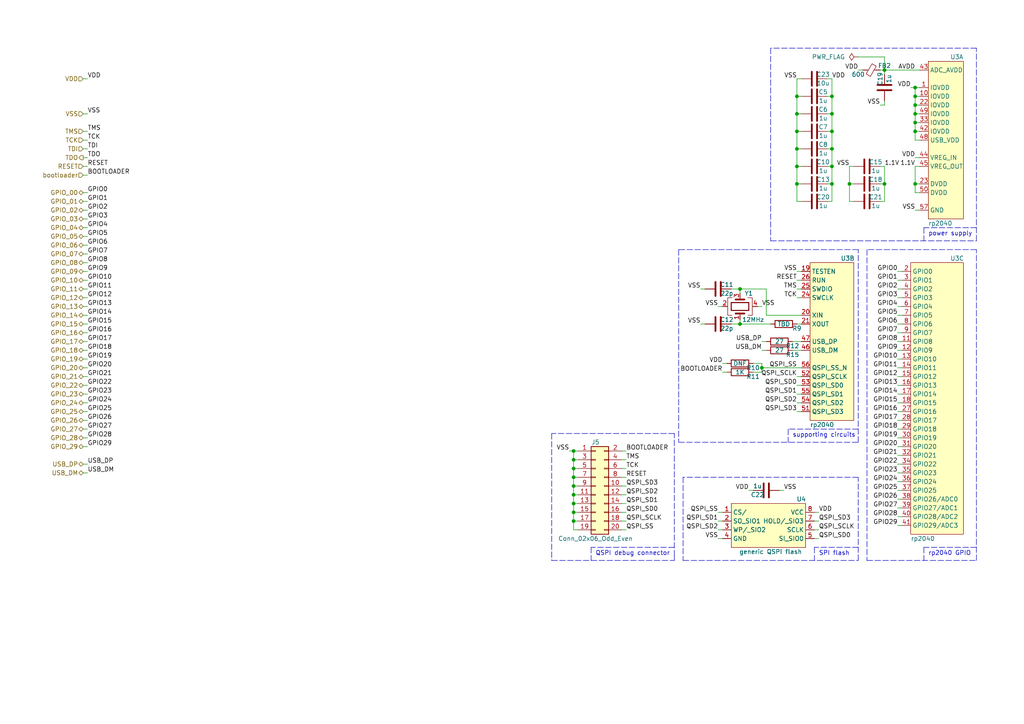
<source format=kicad_sch>
(kicad_sch (version 20211123) (generator eeschema)
  (paper "A4")
  (lib_symbols
    (symbol "Connector_Generic:Conn_02x10_Odd_Even" (pin_names (offset 1.016) hide)
      (property "Reference" "J" (at 1.27 12.7 0))
      (property "Value" "Conn_02x10_Odd_Even" (at 1.27 -15.24 0))
      (symbol "Conn_02x10_Odd_Even_1_1"
        (rectangle (start -1.27 -12.573) (end 0 -12.827) (stroke (width 0.1524)))
        (rectangle (start -1.27 -10.033) (end 0 -10.287) (stroke (width 0.1524)))
        (rectangle (start -1.27 -7.493) (end 0 -7.747) (stroke (width 0.1524)))
        (rectangle (start -1.27 -4.953) (end 0 -5.207) (stroke (width 0.1524)))
        (rectangle (start -1.27 -2.413) (end 0 -2.667) (stroke (width 0.1524)))
        (rectangle (start -1.27 0.127) (end 0 -0.127) (stroke (width 0.1524)))
        (rectangle (start -1.27 2.667) (end 0 2.413) (stroke (width 0.1524)))
        (rectangle (start -1.27 5.207) (end 0 4.953) (stroke (width 0.1524)))
        (rectangle (start -1.27 7.747) (end 0 7.493) (stroke (width 0.1524)))
        (rectangle (start -1.27 10.287) (end 0 10.033) (stroke (width 0.1524)))
        (rectangle (start -1.27 11.43) (end 3.81 -13.97) (stroke (width 0.254)) (fill (type background)))
        (rectangle (start 3.81 -12.573) (end 2.54 -12.827) (stroke (width 0.1524)))
        (rectangle (start 3.81 -10.033) (end 2.54 -10.287) (stroke (width 0.1524)))
        (rectangle (start 3.81 -7.493) (end 2.54 -7.747) (stroke (width 0.1524)))
        (rectangle (start 3.81 -4.953) (end 2.54 -5.207) (stroke (width 0.1524)))
        (rectangle (start 3.81 -2.413) (end 2.54 -2.667) (stroke (width 0.1524)))
        (rectangle (start 3.81 0.127) (end 2.54 -0.127) (stroke (width 0.1524)))
        (rectangle (start 3.81 2.667) (end 2.54 2.413) (stroke (width 0.1524)))
        (rectangle (start 3.81 5.207) (end 2.54 4.953) (stroke (width 0.1524)))
        (rectangle (start 3.81 7.747) (end 2.54 7.493) (stroke (width 0.1524)))
        (rectangle (start 3.81 10.287) (end 2.54 10.033) (stroke (width 0.1524)))
        (pin passive line (at -5.08 10.16 0) (length 3.81) (name "Pin_1") (number "1"))
        (pin passive line (at 7.62 0 180) (length 3.81) (name "Pin_10") (number "10"))
        (pin passive line (at -5.08 -2.54 0) (length 3.81) (name "Pin_11") (number "11"))
        (pin passive line (at 7.62 -2.54 180) (length 3.81) (name "Pin_12") (number "12"))
        (pin passive line (at -5.08 -5.08 0) (length 3.81) (name "Pin_13") (number "13"))
        (pin passive line (at 7.62 -5.08 180) (length 3.81) (name "Pin_14") (number "14"))
        (pin passive line (at -5.08 -7.62 0) (length 3.81) (name "Pin_15") (number "15"))
        (pin passive line (at 7.62 -7.62 180) (length 3.81) (name "Pin_16") (number "16"))
        (pin passive line (at -5.08 -10.16 0) (length 3.81) (name "Pin_17") (number "17"))
        (pin passive line (at 7.62 -10.16 180) (length 3.81) (name "Pin_18") (number "18"))
        (pin passive line (at -5.08 -12.7 0) (length 3.81) (name "Pin_19") (number "19"))
        (pin passive line (at 7.62 10.16 180) (length 3.81) (name "Pin_2") (number "2"))
        (pin passive line (at 7.62 -12.7 180) (length 3.81) (name "Pin_20") (number "20"))
        (pin passive line (at -5.08 7.62 0) (length 3.81) (name "Pin_3") (number "3"))
        (pin passive line (at 7.62 7.62 180) (length 3.81) (name "Pin_4") (number "4"))
        (pin passive line (at -5.08 5.08 0) (length 3.81) (name "Pin_5") (number "5"))
        (pin passive line (at 7.62 5.08 180) (length 3.81) (name "Pin_6") (number "6"))
        (pin passive line (at -5.08 2.54 0) (length 3.81) (name "Pin_7") (number "7"))
        (pin passive line (at 7.62 2.54 180) (length 3.81) (name "Pin_8") (number "8"))
        (pin passive line (at -5.08 0 0) (length 3.81) (name "Pin_9") (number "9"))
      )
    )
    (symbol "Device:C" (pin_numbers hide) (pin_names (offset 0.254))
      (property "Reference" "C" (at 0.635 2.54 0))
      (property "Value" "C" (at 0.635 -2.54 0))
      (symbol "C_0_1"
        (polyline (pts (xy -2.032 -0.762) (xy 2.032 -0.762)) (stroke (width 0.508)))
        (polyline (pts (xy -2.032 0.762) (xy 2.032 0.762)) (stroke (width 0.508)))
      )
      (symbol "C_1_1"
        (pin passive line (at 0 3.81 270) (length 2.794) (name "~") (number "1"))
        (pin passive line (at 0 -3.81 90) (length 2.794) (name "~") (number "2"))
      )
    )
    (symbol "Device:Crystal_GND24" (pin_names (offset 1.016) hide)
      (property "Reference" "Y" (at 3.175 5.08 0))
      (property "Value" "Crystal_GND24" (at 3.175 3.175 0))
      (symbol "Crystal_GND24_0_1"
        (rectangle (start -1.143 2.54) (end 1.143 -2.54) (stroke (width 0.3048)))
        (polyline (pts (xy -2.54 0) (xy -2.032 0)))
        (polyline (pts (xy -2.032 -1.27) (xy -2.032 1.27)) (stroke (width 0.508)))
        (polyline (pts (xy 0 -3.81) (xy 0 -3.556)))
        (polyline (pts (xy 0 3.556) (xy 0 3.81)))
        (polyline (pts (xy 2.032 -1.27) (xy 2.032 1.27)) (stroke (width 0.508)))
        (polyline (pts (xy 2.032 0) (xy 2.54 0)))
        (polyline (pts (xy -2.54 -2.286) (xy -2.54 -3.556) (xy 2.54 -3.556) (xy 2.54 -2.286)))
        (polyline (pts (xy -2.54 2.286) (xy -2.54 3.556) (xy 2.54 3.556) (xy 2.54 2.286)))
      )
      (symbol "Crystal_GND24_1_1"
        (pin passive line (at -3.81 0 0) (length 1.27) (name "1") (number "1"))
        (pin passive line (at 0 5.08 270) (length 1.27) (name "2") (number "2"))
        (pin passive line (at 3.81 0 180) (length 1.27) (name "3") (number "3"))
        (pin passive line (at 0 -5.08 90) (length 1.27) (name "4") (number "4"))
      )
    )
    (symbol "Device:FerriteBead_Small" (pin_numbers hide) (pin_names (offset 0))
      (property "Reference" "FB" (at 1.905 1.27 0))
      (property "Value" "FerriteBead_Small" (at 1.905 -1.27 0))
      (symbol "FerriteBead_Small_0_1"
        (polyline (pts (xy 0 -1.27) (xy 0 -0.7874)))
        (polyline (pts (xy 0 0.889) (xy 0 1.2954)))
        (polyline (pts (xy -1.8288 0.2794) (xy -1.1176 1.4986) (xy 1.8288 -0.2032) (xy 1.1176 -1.4224) (xy -1.8288 0.2794)))
      )
      (symbol "FerriteBead_Small_1_1"
        (pin passive line (at 0 2.54 270) (length 1.27) (name "~") (number "1"))
        (pin passive line (at 0 -2.54 90) (length 1.27) (name "~") (number "2"))
      )
    )
    (symbol "Device:R" (pin_numbers hide) (pin_names (offset 0))
      (property "Reference" "R" (at 2.032 0 90))
      (property "Value" "R" (at 0 0 90))
      (symbol "R_0_1"
        (rectangle (start -1.016 -2.54) (end 1.016 2.54) (stroke (width 0.254)))
      )
      (symbol "R_1_1"
        (pin passive line (at 0 3.81 270) (length 1.27) (name "~") (number "1"))
        (pin passive line (at 0 -3.81 90) (length 1.27) (name "~") (number "2"))
      )
    )
    (symbol "SquantorGenericDigital:25X_8pin_QSPI_flash"
      (property "Reference" "U" (at 0 7.62 0))
      (property "Value" "25X_8pin_QSPI_flash" (at 0 -7.62 0))
      (symbol "25X_8pin_QSPI_flash_0_1"
        (rectangle (start -11.43 6.35) (end 10.16 -6.35) (fill (type background)))
      )
      (symbol "25X_8pin_QSPI_flash_1_1"
        (pin input line (at -13.97 3.81 0) (length 2.54) (name "CS/") (number "1"))
        (pin bidirectional line (at -13.97 1.27 0) (length 2.54) (name "SO_SIO1") (number "2"))
        (pin bidirectional line (at -13.97 -1.27 0) (length 2.54) (name "WP/_SIO2") (number "3"))
        (pin power_in line (at -13.97 -3.81 0) (length 2.54) (name "GND") (number "4"))
        (pin bidirectional line (at 12.7 -3.81 180) (length 2.54) (name "SI_SIO0") (number "5"))
        (pin input line (at 12.7 -1.27 180) (length 2.54) (name "SCLK") (number "6"))
        (pin bidirectional line (at 12.7 1.27 180) (length 2.54) (name "HOLD/_SIO3") (number "7"))
        (pin power_in line (at 12.7 3.81 180) (length 2.54) (name "VCC") (number "8"))
      )
    )
    (symbol "SquantorRaspberryPi:rp2040"
      (property "Reference" "U" (at 0 40.64 0))
      (property "Value" "rp2040" (at 0 -40.64 0))
      (symbol "rp2040_1_1"
        (rectangle (start -5.08 22.86) (end 5.08 -22.86) (fill (type background)))
        (pin power_in line (at -7.62 15.24 0) (length 2.54) (name "IOVDD") (number "1"))
        (pin power_in line (at -7.62 12.7 0) (length 2.54) (name "IOVDD") (number "10"))
        (pin power_in line (at -7.62 10.16 0) (length 2.54) (name "IOVDD") (number "22"))
        (pin power_in line (at -7.62 -12.7 0) (length 2.54) (name "DVDD") (number "23"))
        (pin power_in line (at -7.62 5.08 0) (length 2.54) (name "IOVDD") (number "33"))
        (pin power_in line (at -7.62 2.54 0) (length 2.54) (name "IOVDD") (number "42"))
        (pin power_in line (at -7.62 20.32 0) (length 2.54) (name "ADC_AVDD") (number "43"))
        (pin power_in line (at -7.62 -5.08 0) (length 2.54) (name "VREG_IN") (number "44"))
        (pin power_out line (at -7.62 -7.62 0) (length 2.54) (name "VREG_OUT") (number "45"))
        (pin power_in line (at -7.62 0 0) (length 2.54) (name "USB_VDD") (number "48"))
        (pin power_in line (at -7.62 7.62 0) (length 2.54) (name "IOVDD") (number "49"))
        (pin power_in line (at -7.62 -15.24 0) (length 2.54) (name "DVDD") (number "50"))
        (pin power_in line (at -7.62 -20.32 0) (length 2.54) (name "GND") (number "57"))
      )
      (symbol "rp2040_2_1"
        (rectangle (start -6.35 22.86) (end 6.35 -22.86) (fill (type background)))
        (pin input line (at -8.89 20.32 0) (length 2.54) (name "TESTEN") (number "19"))
        (pin input line (at -8.89 7.62 0) (length 2.54) (name "XIN") (number "20"))
        (pin output line (at -8.89 5.08 0) (length 2.54) (name "XOUT") (number "21"))
        (pin input line (at -8.89 12.7 0) (length 2.54) (name "SWCLK") (number "24"))
        (pin bidirectional line (at -8.89 15.24 0) (length 2.54) (name "SWDIO") (number "25"))
        (pin input line (at -8.89 17.78 0) (length 2.54) (name "RUN") (number "26"))
        (pin bidirectional line (at -8.89 -2.54 0) (length 2.54) (name "USB_DM") (number "46"))
        (pin bidirectional line (at -8.89 0 0) (length 2.54) (name "USB_DP") (number "47"))
        (pin bidirectional line (at -8.89 -20.32 0) (length 2.54) (name "QSPI_SD3") (number "51"))
        (pin output line (at -8.89 -10.16 0) (length 2.54) (name "QSPI_SCLK") (number "52"))
        (pin bidirectional line (at -8.89 -12.7 0) (length 2.54) (name "QSPI_SD0") (number "53"))
        (pin bidirectional line (at -8.89 -17.78 0) (length 2.54) (name "QSPI_SD2") (number "54"))
        (pin bidirectional line (at -8.89 -15.24 0) (length 2.54) (name "QSPI_SD1") (number "55"))
        (pin output line (at -8.89 -7.62 0) (length 2.54) (name "QSPI_SS_N") (number "56"))
      )
      (symbol "rp2040_3_1"
        (rectangle (start -7.62 39.37) (end 7.62 -39.37) (fill (type background)))
        (pin bidirectional line (at -10.16 16.51 0) (length 2.54) (name "GPIO8") (number "11"))
        (pin bidirectional line (at -10.16 13.97 0) (length 2.54) (name "GPIO9") (number "12"))
        (pin bidirectional line (at -10.16 11.43 0) (length 2.54) (name "GPIO10") (number "13"))
        (pin bidirectional line (at -10.16 8.89 0) (length 2.54) (name "GPIO11") (number "14"))
        (pin bidirectional line (at -10.16 6.35 0) (length 2.54) (name "GPIO12") (number "15"))
        (pin bidirectional line (at -10.16 3.81 0) (length 2.54) (name "GPIO13") (number "16"))
        (pin bidirectional line (at -10.16 1.27 0) (length 2.54) (name "GPIO14") (number "17"))
        (pin bidirectional line (at -10.16 -1.27 0) (length 2.54) (name "GPIO15") (number "18"))
        (pin bidirectional line (at -10.16 36.83 0) (length 2.54) (name "GPIO0") (number "2"))
        (pin bidirectional line (at -10.16 -3.81 0) (length 2.54) (name "GPIO16") (number "27"))
        (pin bidirectional line (at -10.16 -6.35 0) (length 2.54) (name "GPIO17") (number "28"))
        (pin bidirectional line (at -10.16 -8.89 0) (length 2.54) (name "GPIO18") (number "29"))
        (pin bidirectional line (at -10.16 34.29 0) (length 2.54) (name "GPIO1") (number "3"))
        (pin bidirectional line (at -10.16 -11.43 0) (length 2.54) (name "GPIO19") (number "30"))
        (pin bidirectional line (at -10.16 -13.97 0) (length 2.54) (name "GPIO20") (number "31"))
        (pin bidirectional line (at -10.16 -16.51 0) (length 2.54) (name "GPIO21") (number "32"))
        (pin bidirectional line (at -10.16 -19.05 0) (length 2.54) (name "GPIO22") (number "34"))
        (pin bidirectional line (at -10.16 -21.59 0) (length 2.54) (name "GPIO23") (number "35"))
        (pin bidirectional line (at -10.16 -24.13 0) (length 2.54) (name "GPIO24") (number "36"))
        (pin bidirectional line (at -10.16 -26.67 0) (length 2.54) (name "GPIO25") (number "37"))
        (pin bidirectional line (at -10.16 -29.21 0) (length 2.54) (name "GPIO26/ADC0") (number "38"))
        (pin bidirectional line (at -10.16 -31.75 0) (length 2.54) (name "GPIO27/ADC1") (number "39"))
        (pin bidirectional line (at -10.16 31.75 0) (length 2.54) (name "GPIO2") (number "4"))
        (pin bidirectional line (at -10.16 -34.29 0) (length 2.54) (name "GPIO28/ADC2") (number "40"))
        (pin bidirectional line (at -10.16 -36.83 0) (length 2.54) (name "GPIO29/ADC3") (number "41"))
        (pin bidirectional line (at -10.16 29.21 0) (length 2.54) (name "GPIO3") (number "5"))
        (pin bidirectional line (at -10.16 26.67 0) (length 2.54) (name "GPIO4") (number "6"))
        (pin bidirectional line (at -10.16 24.13 0) (length 2.54) (name "GPIO5") (number "7"))
        (pin bidirectional line (at -10.16 21.59 0) (length 2.54) (name "GPIO6") (number "8"))
        (pin bidirectional line (at -10.16 19.05 0) (length 2.54) (name "GPIO7") (number "9"))
      )
    )
    (symbol "power:PWR_FLAG" (power) (pin_numbers hide) (pin_names (offset 0) hide)
      (property "Value" "PWR_FLAG" (at 0 3.81 0))
      (symbol "PWR_FLAG_0_0"
        (pin power_out line (at 0 0 90) (length 0) (name "pwr") (number "1"))
      )
      (symbol "PWR_FLAG_0_1"
        (polyline (pts (xy 0 0) (xy 0 1.27) (xy -1.016 1.905) (xy 0 2.54) (xy 1.016 1.905) (xy 0 1.27)))
      )
    )
  )
  (junction (at 256.54 53.34))
  (junction (at 214.63 83.82))
  (junction (at 241.3 38.1))
  (junction (at 265.43 30.48))
  (junction (at 265.43 25.4))
  (junction (at 246.38 53.34))
  (junction (at 166.37 130.81))
  (junction (at 241.3 53.34))
  (junction (at 231.14 27.94))
  (junction (at 214.63 93.98))
  (junction (at 231.14 33.02))
  (junction (at 231.14 53.34))
  (junction (at 166.37 151.13))
  (junction (at 256.54 20.32))
  (junction (at 265.43 38.1))
  (junction (at 241.3 43.18))
  (junction (at 265.43 33.02))
  (junction (at 265.43 53.34))
  (junction (at 241.3 48.26))
  (junction (at 166.37 140.97))
  (junction (at 166.37 148.59))
  (junction (at 241.3 33.02))
  (junction (at 220.98 106.68))
  (junction (at 241.3 27.94))
  (junction (at 166.37 146.05))
  (junction (at 231.14 48.26))
  (junction (at 231.14 43.18))
  (junction (at 166.37 138.43))
  (junction (at 166.37 135.89))
  (junction (at 166.37 143.51))
  (junction (at 265.43 35.56))
  (junction (at 265.43 27.94))
  (junction (at 231.14 38.1))
  (junction (at 166.37 133.35))
  (wire (pts (xy 208.28 156.21) (xy 209.55 156.21)))
  (wire (pts (xy 260.35 83.82) (xy 261.62 83.82)))
  (wire (pts (xy 166.37 140.97) (xy 167.64 140.97)))
  (wire (pts (xy 165.1 130.81) (xy 166.37 130.81)))
  (wire (pts (xy 260.35 106.68) (xy 261.62 106.68)))
  (wire (pts (xy 166.37 143.51) (xy 166.37 146.05)))
  (wire (pts (xy 231.14 93.98) (xy 232.41 93.98)))
  (wire (pts (xy 24.13 111.76) (xy 25.4 111.76)))
  (polyline (pts (xy 195.58 161.29) (xy 195.58 162.56)))
  (wire (pts (xy 229.87 101.6) (xy 232.41 101.6)))
  (wire (pts (xy 260.35 147.32) (xy 261.62 147.32)))
  (wire (pts (xy 241.3 38.1) (xy 240.03 38.1)))
  (wire (pts (xy 180.34 138.43) (xy 181.61 138.43)))
  (polyline (pts (xy 283.21 72.39) (xy 251.46 72.39)))
  (wire (pts (xy 248.92 20.32) (xy 250.19 20.32)))
  (wire (pts (xy 24.13 22.86) (xy 25.4 22.86)))
  (polyline (pts (xy 251.46 72.39) (xy 251.46 162.56)))
  (wire (pts (xy 236.22 156.21) (xy 237.49 156.21)))
  (wire (pts (xy 24.13 106.68) (xy 25.4 106.68)))
  (wire (pts (xy 260.35 78.74) (xy 261.62 78.74)))
  (wire (pts (xy 166.37 130.81) (xy 167.64 130.81)))
  (wire (pts (xy 24.13 73.66) (xy 25.4 73.66)))
  (wire (pts (xy 24.13 134.62) (xy 25.4 134.62)))
  (wire (pts (xy 232.41 53.34) (xy 231.14 53.34)))
  (polyline (pts (xy 236.22 158.75) (xy 236.22 162.56)))
  (wire (pts (xy 229.87 99.06) (xy 232.41 99.06)))
  (wire (pts (xy 24.13 50.8) (xy 25.4 50.8)))
  (wire (pts (xy 217.17 142.24) (xy 218.44 142.24)))
  (wire (pts (xy 180.34 153.67) (xy 181.61 153.67)))
  (wire (pts (xy 232.41 33.02) (xy 231.14 33.02)))
  (wire (pts (xy 260.35 104.14) (xy 261.62 104.14)))
  (polyline (pts (xy 267.97 66.04) (xy 267.97 69.85)))
  (wire (pts (xy 232.41 43.18) (xy 231.14 43.18)))
  (wire (pts (xy 260.35 91.44) (xy 261.62 91.44)))
  (wire (pts (xy 265.43 55.88) (xy 266.7 55.88)))
  (wire (pts (xy 265.43 38.1) (xy 265.43 40.64)))
  (wire (pts (xy 232.41 38.1) (xy 231.14 38.1)))
  (polyline (pts (xy 283.21 66.04) (xy 267.97 66.04)))
  (wire (pts (xy 265.43 33.02) (xy 266.7 33.02)))
  (wire (pts (xy 256.54 20.32) (xy 256.54 21.59)))
  (wire (pts (xy 256.54 48.26) (xy 255.27 48.26)))
  (wire (pts (xy 222.25 83.82) (xy 214.63 83.82)))
  (polyline (pts (xy 267.97 158.75) (xy 267.97 162.56)))
  (wire (pts (xy 209.55 105.41) (xy 210.82 105.41)))
  (wire (pts (xy 246.38 48.26) (xy 246.38 53.34)))
  (wire (pts (xy 265.43 53.34) (xy 265.43 55.88)))
  (wire (pts (xy 166.37 143.51) (xy 167.64 143.51)))
  (wire (pts (xy 231.14 78.74) (xy 232.41 78.74)))
  (wire (pts (xy 180.34 151.13) (xy 181.61 151.13)))
  (wire (pts (xy 24.13 43.18) (xy 25.4 43.18)))
  (polyline (pts (xy 251.46 162.56) (xy 283.21 162.56)))
  (wire (pts (xy 231.14 27.94) (xy 231.14 33.02)))
  (polyline (pts (xy 248.92 162.56) (xy 248.92 138.43)))
  (wire (pts (xy 214.63 93.98) (xy 223.52 93.98)))
  (wire (pts (xy 265.43 48.26) (xy 265.43 53.34)))
  (wire (pts (xy 231.14 33.02) (xy 231.14 38.1)))
  (polyline (pts (xy 198.12 162.56) (xy 248.92 162.56)))
  (polyline (pts (xy 160.02 162.56) (xy 195.58 162.56)))
  (wire (pts (xy 209.55 107.95) (xy 210.82 107.95)))
  (wire (pts (xy 203.2 93.98) (xy 204.47 93.98)))
  (wire (pts (xy 208.28 88.9) (xy 209.55 88.9)))
  (wire (pts (xy 220.98 106.68) (xy 232.41 106.68)))
  (wire (pts (xy 218.44 105.41) (xy 220.98 105.41)))
  (wire (pts (xy 260.35 96.52) (xy 261.62 96.52)))
  (polyline (pts (xy 195.58 161.29) (xy 195.58 125.73)))
  (wire (pts (xy 265.43 25.4) (xy 266.7 25.4)))
  (wire (pts (xy 166.37 135.89) (xy 167.64 135.89)))
  (wire (pts (xy 260.35 124.46) (xy 261.62 124.46)))
  (wire (pts (xy 260.35 139.7) (xy 261.62 139.7)))
  (wire (pts (xy 180.34 140.97) (xy 181.61 140.97)))
  (wire (pts (xy 260.35 129.54) (xy 261.62 129.54)))
  (wire (pts (xy 214.63 83.82) (xy 214.63 85.09)))
  (wire (pts (xy 241.3 38.1) (xy 241.3 43.18)))
  (wire (pts (xy 24.13 55.88) (xy 25.4 55.88)))
  (wire (pts (xy 231.14 43.18) (xy 231.14 48.26)))
  (wire (pts (xy 180.34 133.35) (xy 181.61 133.35)))
  (wire (pts (xy 266.7 40.64) (xy 265.43 40.64)))
  (polyline (pts (xy 223.52 13.97) (xy 223.52 69.85)))
  (wire (pts (xy 236.22 148.59) (xy 237.49 148.59)))
  (wire (pts (xy 265.43 30.48) (xy 266.7 30.48)))
  (wire (pts (xy 24.13 83.82) (xy 25.4 83.82)))
  (wire (pts (xy 24.13 71.12) (xy 25.4 71.12)))
  (wire (pts (xy 265.43 45.72) (xy 266.7 45.72)))
  (wire (pts (xy 265.43 27.94) (xy 265.43 30.48)))
  (wire (pts (xy 256.54 30.48) (xy 255.27 30.48)))
  (wire (pts (xy 265.43 60.96) (xy 266.7 60.96)))
  (polyline (pts (xy 283.21 162.56) (xy 283.21 72.39)))
  (wire (pts (xy 256.54 16.51) (xy 256.54 20.32)))
  (wire (pts (xy 260.35 109.22) (xy 261.62 109.22)))
  (wire (pts (xy 264.16 25.4) (xy 265.43 25.4)))
  (wire (pts (xy 166.37 146.05) (xy 167.64 146.05)))
  (wire (pts (xy 231.14 119.38) (xy 232.41 119.38)))
  (wire (pts (xy 166.37 135.89) (xy 166.37 138.43)))
  (wire (pts (xy 231.14 83.82) (xy 232.41 83.82)))
  (wire (pts (xy 24.13 93.98) (xy 25.4 93.98)))
  (wire (pts (xy 241.3 53.34) (xy 241.3 58.42)))
  (wire (pts (xy 24.13 121.92) (xy 25.4 121.92)))
  (wire (pts (xy 236.22 151.13) (xy 237.49 151.13)))
  (wire (pts (xy 260.35 116.84) (xy 261.62 116.84)))
  (wire (pts (xy 24.13 86.36) (xy 25.4 86.36)))
  (wire (pts (xy 166.37 138.43) (xy 166.37 140.97)))
  (wire (pts (xy 214.63 92.71) (xy 214.63 93.98)))
  (wire (pts (xy 265.43 48.26) (xy 266.7 48.26)))
  (wire (pts (xy 24.13 127) (xy 25.4 127)))
  (wire (pts (xy 232.41 91.44) (xy 222.25 91.44)))
  (wire (pts (xy 241.3 48.26) (xy 240.03 48.26)))
  (polyline (pts (xy 195.58 125.73) (xy 160.02 125.73)))
  (wire (pts (xy 25.4 40.64) (xy 24.13 40.64)))
  (wire (pts (xy 218.44 107.95) (xy 220.98 107.95)))
  (wire (pts (xy 265.43 53.34) (xy 266.7 53.34)))
  (wire (pts (xy 265.43 35.56) (xy 265.43 38.1)))
  (polyline (pts (xy 283.21 13.97) (xy 223.52 13.97)))
  (wire (pts (xy 265.43 33.02) (xy 265.43 35.56)))
  (polyline (pts (xy 248.92 124.46) (xy 228.6 124.46)))
  (wire (pts (xy 260.35 149.86) (xy 261.62 149.86)))
  (wire (pts (xy 231.14 58.42) (xy 232.41 58.42)))
  (wire (pts (xy 260.35 99.06) (xy 261.62 99.06)))
  (wire (pts (xy 256.54 53.34) (xy 256.54 58.42)))
  (wire (pts (xy 208.28 151.13) (xy 209.55 151.13)))
  (wire (pts (xy 260.35 111.76) (xy 261.62 111.76)))
  (wire (pts (xy 24.13 38.1) (xy 25.4 38.1)))
  (wire (pts (xy 231.14 109.22) (xy 232.41 109.22)))
  (wire (pts (xy 265.43 38.1) (xy 266.7 38.1)))
  (wire (pts (xy 231.14 114.3) (xy 232.41 114.3)))
  (wire (pts (xy 260.35 114.3) (xy 261.62 114.3)))
  (wire (pts (xy 232.41 27.94) (xy 231.14 27.94)))
  (wire (pts (xy 248.92 16.51) (xy 256.54 16.51)))
  (wire (pts (xy 24.13 119.38) (xy 25.4 119.38)))
  (polyline (pts (xy 195.58 158.75) (xy 171.45 158.75)))
  (wire (pts (xy 214.63 83.82) (xy 212.09 83.82)))
  (wire (pts (xy 260.35 101.6) (xy 261.62 101.6)))
  (wire (pts (xy 241.3 43.18) (xy 241.3 48.26)))
  (polyline (pts (xy 283.21 69.85) (xy 283.21 13.97)))
  (wire (pts (xy 241.3 43.18) (xy 240.03 43.18)))
  (wire (pts (xy 166.37 146.05) (xy 166.37 148.59)))
  (wire (pts (xy 24.13 137.16) (xy 25.4 137.16)))
  (wire (pts (xy 24.13 68.58) (xy 25.4 68.58)))
  (wire (pts (xy 231.14 38.1) (xy 231.14 43.18)))
  (wire (pts (xy 231.14 81.28) (xy 232.41 81.28)))
  (wire (pts (xy 241.3 53.34) (xy 240.03 53.34)))
  (polyline (pts (xy 248.92 72.39) (xy 196.85 72.39)))
  (wire (pts (xy 241.3 58.42) (xy 240.03 58.42)))
  (wire (pts (xy 24.13 76.2) (xy 25.4 76.2)))
  (wire (pts (xy 208.28 153.67) (xy 209.55 153.67)))
  (wire (pts (xy 256.54 29.21) (xy 256.54 30.48)))
  (wire (pts (xy 256.54 20.32) (xy 266.7 20.32)))
  (wire (pts (xy 241.3 22.86) (xy 240.03 22.86)))
  (wire (pts (xy 260.35 137.16) (xy 261.62 137.16)))
  (wire (pts (xy 232.41 48.26) (xy 231.14 48.26)))
  (wire (pts (xy 246.38 53.34) (xy 246.38 58.42)))
  (wire (pts (xy 166.37 151.13) (xy 166.37 153.67)))
  (wire (pts (xy 260.35 152.4) (xy 261.62 152.4)))
  (wire (pts (xy 241.3 22.86) (xy 241.3 27.94)))
  (wire (pts (xy 260.35 119.38) (xy 261.62 119.38)))
  (wire (pts (xy 260.35 127) (xy 261.62 127)))
  (wire (pts (xy 255.27 20.32) (xy 256.54 20.32)))
  (wire (pts (xy 265.43 30.48) (xy 265.43 33.02)))
  (wire (pts (xy 241.3 33.02) (xy 240.03 33.02)))
  (wire (pts (xy 246.38 58.42) (xy 247.65 58.42)))
  (wire (pts (xy 231.14 116.84) (xy 232.41 116.84)))
  (wire (pts (xy 203.2 83.82) (xy 204.47 83.82)))
  (wire (pts (xy 241.3 27.94) (xy 241.3 33.02)))
  (wire (pts (xy 166.37 140.97) (xy 166.37 143.51)))
  (wire (pts (xy 24.13 124.46) (xy 25.4 124.46)))
  (wire (pts (xy 24.13 33.02) (xy 25.4 33.02)))
  (wire (pts (xy 166.37 138.43) (xy 167.64 138.43)))
  (wire (pts (xy 231.14 48.26) (xy 231.14 53.34)))
  (polyline (pts (xy 196.85 72.39) (xy 196.85 128.27)))
  (wire (pts (xy 231.14 22.86) (xy 231.14 27.94)))
  (wire (pts (xy 260.35 144.78) (xy 261.62 144.78)))
  (wire (pts (xy 241.3 33.02) (xy 241.3 38.1)))
  (wire (pts (xy 166.37 148.59) (xy 166.37 151.13)))
  (wire (pts (xy 260.35 132.08) (xy 261.62 132.08)))
  (wire (pts (xy 260.35 88.9) (xy 261.62 88.9)))
  (wire (pts (xy 260.35 86.36) (xy 261.62 86.36)))
  (wire (pts (xy 208.28 148.59) (xy 209.55 148.59)))
  (polyline (pts (xy 171.45 158.75) (xy 171.45 162.56)))
  (wire (pts (xy 24.13 58.42) (xy 25.4 58.42)))
  (wire (pts (xy 166.37 148.59) (xy 167.64 148.59)))
  (wire (pts (xy 247.65 53.34) (xy 246.38 53.34)))
  (polyline (pts (xy 160.02 125.73) (xy 160.02 162.56)))
  (wire (pts (xy 24.13 109.22) (xy 25.4 109.22)))
  (wire (pts (xy 25.4 45.72) (xy 24.13 45.72)))
  (wire (pts (xy 220.98 106.68) (xy 220.98 107.95)))
  (wire (pts (xy 260.35 81.28) (xy 261.62 81.28)))
  (wire (pts (xy 180.34 135.89) (xy 181.61 135.89)))
  (wire (pts (xy 24.13 96.52) (xy 25.4 96.52)))
  (wire (pts (xy 24.13 99.06) (xy 25.4 99.06)))
  (wire (pts (xy 260.35 121.92) (xy 261.62 121.92)))
  (wire (pts (xy 24.13 60.96) (xy 25.4 60.96)))
  (wire (pts (xy 24.13 116.84) (xy 25.4 116.84)))
  (wire (pts (xy 180.34 143.51) (xy 181.61 143.51)))
  (wire (pts (xy 166.37 130.81) (xy 166.37 133.35)))
  (wire (pts (xy 24.13 88.9) (xy 25.4 88.9)))
  (polyline (pts (xy 248.92 138.43) (xy 198.12 138.43)))
  (wire (pts (xy 24.13 104.14) (xy 25.4 104.14)))
  (wire (pts (xy 260.35 93.98) (xy 261.62 93.98)))
  (wire (pts (xy 166.37 133.35) (xy 166.37 135.89)))
  (wire (pts (xy 24.13 129.54) (xy 25.4 129.54)))
  (polyline (pts (xy 248.92 128.27) (xy 248.92 72.39)))
  (wire (pts (xy 231.14 53.34) (xy 231.14 58.42)))
  (wire (pts (xy 220.98 101.6) (xy 222.25 101.6)))
  (wire (pts (xy 265.43 27.94) (xy 266.7 27.94)))
  (wire (pts (xy 219.71 88.9) (xy 220.98 88.9)))
  (wire (pts (xy 24.13 66.04) (xy 25.4 66.04)))
  (wire (pts (xy 222.25 91.44) (xy 222.25 83.82)))
  (polyline (pts (xy 283.21 158.75) (xy 267.97 158.75)))
  (wire (pts (xy 256.54 53.34) (xy 255.27 53.34)))
  (wire (pts (xy 24.13 63.5) (xy 25.4 63.5)))
  (wire (pts (xy 180.34 146.05) (xy 181.61 146.05)))
  (wire (pts (xy 166.37 133.35) (xy 167.64 133.35)))
  (wire (pts (xy 220.98 105.41) (xy 220.98 106.68)))
  (wire (pts (xy 220.98 99.06) (xy 222.25 99.06)))
  (wire (pts (xy 232.41 22.86) (xy 231.14 22.86)))
  (polyline (pts (xy 248.92 158.75) (xy 236.22 158.75)))
  (wire (pts (xy 265.43 35.56) (xy 266.7 35.56)))
  (wire (pts (xy 265.43 25.4) (xy 265.43 27.94)))
  (wire (pts (xy 256.54 48.26) (xy 256.54 53.34)))
  (wire (pts (xy 24.13 101.6) (xy 25.4 101.6)))
  (wire (pts (xy 180.34 148.59) (xy 181.61 148.59)))
  (polyline (pts (xy 198.12 138.43) (xy 198.12 162.56)))
  (wire (pts (xy 180.34 130.81) (xy 181.61 130.81)))
  (wire (pts (xy 247.65 48.26) (xy 246.38 48.26)))
  (wire (pts (xy 236.22 153.67) (xy 237.49 153.67)))
  (wire (pts (xy 241.3 48.26) (xy 241.3 53.34)))
  (wire (pts (xy 24.13 91.44) (xy 25.4 91.44)))
  (wire (pts (xy 226.06 142.24) (xy 227.33 142.24)))
  (wire (pts (xy 166.37 151.13) (xy 167.64 151.13)))
  (wire (pts (xy 260.35 142.24) (xy 261.62 142.24)))
  (wire (pts (xy 231.14 86.36) (xy 232.41 86.36)))
  (wire (pts (xy 260.35 134.62) (xy 261.62 134.62)))
  (polyline (pts (xy 196.85 128.27) (xy 248.92 128.27)))
  (wire (pts (xy 24.13 78.74) (xy 25.4 78.74)))
  (wire (pts (xy 256.54 58.42) (xy 255.27 58.42)))
  (wire (pts (xy 24.13 48.26) (xy 25.4 48.26)))
  (wire (pts (xy 212.09 93.98) (xy 214.63 93.98)))
  (wire (pts (xy 231.14 111.76) (xy 232.41 111.76)))
  (wire (pts (xy 241.3 27.94) (xy 240.03 27.94)))
  (wire (pts (xy 24.13 114.3) (xy 25.4 114.3)))
  (polyline (pts (xy 223.52 69.85) (xy 283.21 69.85)))
  (polyline (pts (xy 228.6 124.46) (xy 228.6 128.27)))
  (wire (pts (xy 166.37 153.67) (xy 167.64 153.67)))
  (wire (pts (xy 24.13 81.28) (xy 25.4 81.28)))
  (text "supporting circuits" (at 229.87 127 0) (effects (font (size 1.27 1.27)) (justify left bottom)))
  (text "power supply" (at 269.24 68.58 0) (effects (font (size 1.27 1.27)) (justify left bottom)))
  (text "QSPI debug connector" (at 172.72 161.29 0) (effects (font (size 1.27 1.27)) (justify left bottom)))
  (text "rp2040 GPIO" (at 269.24 161.29 0) (effects (font (size 1.27 1.27)) (justify left bottom)))
  (text "SPI flash" (at 237.49 161.29 0) (effects (font (size 1.27 1.27)) (justify left bottom)))
  (label "GPIO16" (at 260.35 119.38 180))
  (label "VDD" (at 237.49 148.59 0))
  (label "QSPI_SD3" (at 181.61 140.97 0))
  (label "GPIO8" (at 25.4 76.2 0))
  (label "VSS" (at 208.28 156.21 180))
  (label "VSS" (at 246.38 48.26 180))
  (label "GPIO13" (at 25.4 88.9 0))
  (label "RESET" (at 231.14 81.28 180))
  (label "GPIO3" (at 260.35 86.36 180))
  (label "GPIO8" (at 260.35 99.06 180))
  (label "GPIO22" (at 25.4 111.76 0))
  (label "QSPI_SD3" (at 231.14 119.38 180))
  (label "QSPI_SD2" (at 208.28 153.67 180))
  (label "GPIO27" (at 25.4 124.46 0))
  (label "TCK" (at 25.4 40.64 0))
  (label "QSPI_SD1" (at 181.61 146.05 0))
  (label "GPIO22" (at 260.35 134.62 180))
  (label "TDI" (at 25.4 43.18 0))
  (label "GPIO14" (at 25.4 91.44 0))
  (label "RESET" (at 25.4 48.26 0))
  (label "GPIO24" (at 25.4 116.84 0))
  (label "GPIO5" (at 260.35 91.44 180))
  (label "QSPI_SD2" (at 181.61 143.51 0))
  (label "1.1V" (at 265.43 48.26 180))
  (label "GPIO1" (at 25.4 58.42 0))
  (label "GPIO28" (at 25.4 127 0))
  (label "GPIO12" (at 260.35 109.22 180))
  (label "GPIO21" (at 260.35 132.08 180))
  (label "VDD" (at 265.43 45.72 180))
  (label "TCK" (at 231.14 86.36 180))
  (label "GPIO19" (at 260.35 127 180))
  (label "USB_DM" (at 25.4 137.16 0))
  (label "GPIO6" (at 25.4 71.12 0))
  (label "VSS" (at 255.27 30.48 180))
  (label "RESET" (at 181.61 138.43 0))
  (label "VDD" (at 217.17 142.24 180))
  (label "GPIO28" (at 260.35 149.86 180))
  (label "VSS" (at 231.14 78.74 180))
  (label "GPIO9" (at 260.35 101.6 180))
  (label "GPIO10" (at 260.35 104.14 180))
  (label "GPIO10" (at 25.4 81.28 0))
  (label "GPIO11" (at 260.35 106.68 180))
  (label "GPIO26" (at 260.35 144.78 180))
  (label "GPIO2" (at 25.4 60.96 0))
  (label "TCK" (at 181.61 135.89 0))
  (label "GPIO27" (at 260.35 147.32 180))
  (label "QSPI_SD0" (at 181.61 148.59 0))
  (label "GPIO7" (at 25.4 73.66 0))
  (label "AVDD" (at 265.43 20.32 180))
  (label "QSPI_SD0" (at 237.49 156.21 0))
  (label "GPIO0" (at 260.35 78.74 180))
  (label "GPIO15" (at 260.35 116.84 180))
  (label "QSPI_SCLK" (at 237.49 153.67 0))
  (label "GPIO20" (at 260.35 129.54 180))
  (label "VDD" (at 248.92 20.32 180))
  (label "VSS" (at 265.43 60.96 180))
  (label "GPIO7" (at 260.35 96.52 180))
  (label "VSS" (at 227.33 142.24 0))
  (label "GPIO17" (at 25.4 99.06 0))
  (label "VSS" (at 208.28 88.9 180))
  (label "GPIO29" (at 260.35 152.4 180))
  (label "GPIO19" (at 25.4 104.14 0))
  (label "TMS" (at 181.61 133.35 0))
  (label "GPIO1" (at 260.35 81.28 180))
  (label "VSS" (at 231.14 22.86 180))
  (label "QSPI_SD1" (at 208.28 151.13 180))
  (label "QSPI_SD2" (at 231.14 116.84 180))
  (label "QSPI_SD0" (at 231.14 111.76 180))
  (label "GPIO12" (at 25.4 86.36 0))
  (label "GPIO25" (at 260.35 142.24 180))
  (label "VSS" (at 165.1 130.81 180))
  (label "TDO" (at 25.4 45.72 0))
  (label "QSPI_SS" (at 231.14 106.68 180))
  (label "QSPI_SD3" (at 237.49 151.13 0))
  (label "GPIO17" (at 260.35 121.92 180))
  (label "GPIO9" (at 25.4 78.74 0))
  (label "USB_DM" (at 220.98 101.6 180))
  (label "GPIO3" (at 25.4 63.5 0))
  (label "GPIO23" (at 25.4 114.3 0))
  (label "GPIO4" (at 260.35 88.9 180))
  (label "VSS" (at 220.98 88.9 0))
  (label "VDD" (at 25.4 22.86 0))
  (label "VDD" (at 264.16 25.4 180))
  (label "QSPI_SD1" (at 231.14 114.3 180))
  (label "QSPI_SCLK" (at 231.14 109.22 180))
  (label "GPIO18" (at 25.4 101.6 0))
  (label "QSPI_SS" (at 208.28 148.59 180))
  (label "GPIO18" (at 260.35 124.46 180))
  (label "GPIO13" (at 260.35 111.76 180))
  (label "BOOTLOADER" (at 181.61 130.81 0))
  (label "GPIO21" (at 25.4 109.22 0))
  (label "GPIO26" (at 25.4 121.92 0))
  (label "GPIO24" (at 260.35 139.7 180))
  (label "TMS" (at 25.4 38.1 0))
  (label "GPIO16" (at 25.4 96.52 0))
  (label "GPIO20" (at 25.4 106.68 0))
  (label "GPIO6" (at 260.35 93.98 180))
  (label "VSS" (at 203.2 93.98 180))
  (label "GPIO15" (at 25.4 93.98 0))
  (label "GPIO4" (at 25.4 66.04 0))
  (label "TMS" (at 231.14 83.82 180))
  (label "VSS" (at 25.4 33.02 0))
  (label "GPIO23" (at 260.35 137.16 180))
  (label "BOOTLOADER" (at 209.55 107.95 180))
  (label "USB_DP" (at 220.98 99.06 180))
  (label "GPIO29" (at 25.4 129.54 0))
  (label "BOOTLOADER" (at 25.4 50.8 0))
  (label "QSPI_SS" (at 181.61 153.67 0))
  (label "QSPI_SCLK" (at 181.61 151.13 0))
  (label "GPIO11" (at 25.4 83.82 0))
  (label "GPIO0" (at 25.4 55.88 0))
  (label "GPIO25" (at 25.4 119.38 0))
  (label "1.1V" (at 256.54 48.26 0))
  (label "VDD" (at 209.55 105.41 180))
  (label "GPIO2" (at 260.35 83.82 180))
  (label "USB_DP" (at 25.4 134.62 0))
  (label "VSS" (at 203.2 83.82 180))
  (label "GPIO5" (at 25.4 68.58 0))
  (label "GPIO14" (at 260.35 114.3 180))
  (label "VDD" (at 241.3 22.86 0))
  (hierarchical_label "VDD" (shape input) (at 24.13 22.86 180))
  (hierarchical_label "GPIO_26" (shape bidirectional) (at 24.13 121.92 180))
  (hierarchical_label "GPIO_00" (shape bidirectional) (at 24.13 55.88 180))
  (hierarchical_label "GPIO_06" (shape bidirectional) (at 24.13 71.12 180))
  (hierarchical_label "GPIO_23" (shape bidirectional) (at 24.13 114.3 180))
  (hierarchical_label "GPIO_01" (shape bidirectional) (at 24.13 58.42 180))
  (hierarchical_label "GPIO_28" (shape bidirectional) (at 24.13 127 180))
  (hierarchical_label "GPIO_29" (shape bidirectional) (at 24.13 129.54 180))
  (hierarchical_label "USB_DM" (shape bidirectional) (at 24.13 137.16 180))
  (hierarchical_label "VSS" (shape input) (at 24.13 33.02 180))
  (hierarchical_label "GPIO_10" (shape bidirectional) (at 24.13 81.28 180))
  (hierarchical_label "TDI" (shape input) (at 24.13 43.18 180))
  (hierarchical_label "GPIO_18" (shape bidirectional) (at 24.13 101.6 180))
  (hierarchical_label "TDO" (shape output) (at 24.13 45.72 180))
  (hierarchical_label "USB_DP" (shape bidirectional) (at 24.13 134.62 180))
  (hierarchical_label "TMS" (shape input) (at 24.13 38.1 180))
  (hierarchical_label "GPIO_11" (shape bidirectional) (at 24.13 83.82 180))
  (hierarchical_label "GPIO_21" (shape bidirectional) (at 24.13 109.22 180))
  (hierarchical_label "GPIO_09" (shape bidirectional) (at 24.13 78.74 180))
  (hierarchical_label "RESET" (shape input) (at 24.13 48.26 180))
  (hierarchical_label "GPIO_13" (shape bidirectional) (at 24.13 88.9 180))
  (hierarchical_label "GPIO_17" (shape bidirectional) (at 24.13 99.06 180))
  (hierarchical_label "GPIO_19" (shape bidirectional) (at 24.13 104.14 180))
  (hierarchical_label "GPIO_24" (shape bidirectional) (at 24.13 116.84 180))
  (hierarchical_label "GPIO_27" (shape bidirectional) (at 24.13 124.46 180))
  (hierarchical_label "GPIO_08" (shape bidirectional) (at 24.13 76.2 180))
  (hierarchical_label "GPIO_05" (shape bidirectional) (at 24.13 68.58 180))
  (hierarchical_label "GPIO_20" (shape bidirectional) (at 24.13 106.68 180))
  (hierarchical_label "GPIO_14" (shape bidirectional) (at 24.13 91.44 180))
  (hierarchical_label "GPIO_25" (shape bidirectional) (at 24.13 119.38 180))
  (hierarchical_label "GPIO_02" (shape bidirectional) (at 24.13 60.96 180))
  (hierarchical_label "GPIO_15" (shape bidirectional) (at 24.13 93.98 180))
  (hierarchical_label "GPIO_04" (shape bidirectional) (at 24.13 66.04 180))
  (hierarchical_label "GPIO_03" (shape bidirectional) (at 24.13 63.5 180))
  (hierarchical_label "GPIO_07" (shape bidirectional) (at 24.13 73.66 180))
  (hierarchical_label "GPIO_16" (shape bidirectional) (at 24.13 96.52 180))
  (hierarchical_label "GPIO_12" (shape bidirectional) (at 24.13 86.36 180))
  (hierarchical_label "bootloader" (shape input) (at 24.13 50.8 180))
  (hierarchical_label "GPIO_22" (shape bidirectional) (at 24.13 111.76 180))
  (hierarchical_label "TCK" (shape input) (at 24.13 40.64 180))
  (symbol (lib_id "SquantorRaspberryPi:rp2040") (at 241.3 99.06 0) (unit 2)
    (property "Reference" "U3" (at 243.84 74.93 0) (effects (justify left)))
    (property "Value" "rp2040" (at 234.95 123.19 0) (effects (justify left)))
    (property "Footprint" "SquantorIC:QFN56_7by7mm_RaspberryPi" (effects hide))
  )
  (symbol (lib_id "Device:C") (at 222.25 142.24 270) (unit 1)
    (property "Reference" "C22" (at 219.71 143.51 90))
    (property "Value" "1u" (at 219.71 140.97 90))
    (property "Footprint" "SquantorRcl:C_0402" (effects hide))
  )
  (symbol (lib_id "Device:C") (at 251.46 58.42 90) (unit 1)
    (property "Reference" "C21" (at 254 57.15 90))
    (property "Value" "1u" (at 254 59.69 90))
    (property "Footprint" "SquantorRcl:C_0402" (effects hide))
  )
  (symbol (lib_id "Device:R") (at 214.63 105.41 90) (unit 1)
    (property "Reference" "R10" (at 218.44 106.68 90))
    (property "Value" "DNF" (at 214.63 105.41 90))
    (property "Footprint" "SquantorRcl:R_0402_hand" (effects hide))
  )
  (symbol (lib_id "Device:R") (at 226.06 101.6 90) (unit 1)
    (property "Reference" "R15" (at 229.87 102.87 90))
    (property "Value" "27" (at 226.06 101.6 90))
    (property "Footprint" "SquantorRcl:R_0402_hand" (effects hide))
  )
  (symbol (lib_id "SquantorGenericDigital:25X_8pin_QSPI_flash") (at 223.52 152.4 0) (unit 1)
    (property "Reference" "U4" (at 232.41 144.78 0))
    (property "Value" "generic QSPI flash" (at 223.52 160.02 0))
    (property "Footprint" "SquantorIC:SOIC-8_dual_wide" (effects hide))
  )
  (symbol (lib_id "Device:R") (at 227.33 93.98 90) (unit 1)
    (property "Reference" "R9" (at 231.14 95.25 90))
    (property "Value" "TBD" (at 227.33 93.98 90))
    (property "Footprint" "SquantorRcl:R_0402_hand" (effects hide))
  )
  (symbol (lib_id "Device:C") (at 251.46 48.26 90) (unit 1)
    (property "Reference" "C15" (at 254 46.99 90))
    (property "Value" "1u" (at 254 49.53 90))
    (property "Footprint" "SquantorRcl:C_0402" (effects hide))
  )
  (symbol (lib_id "SquantorRaspberryPi:rp2040") (at 274.32 40.64 0) (unit 1)
    (property "Reference" "U3" (at 275.59 16.51 0) (effects (justify left)))
    (property "Value" "rp2040" (at 269.24 64.77 0) (effects (justify left)))
    (property "Footprint" "SquantorIC:QFN56_7by7mm_RaspberryPi" (effects hide))
  )
  (symbol (lib_id "Device:C") (at 251.46 53.34 90) (unit 1)
    (property "Reference" "C18" (at 254 52.07 90))
    (property "Value" "1u" (at 254 54.61 90))
    (property "Footprint" "SquantorRcl:C_0402" (effects hide))
  )
  (symbol (lib_id "Device:C") (at 236.22 38.1 90) (unit 1)
    (property "Reference" "C7" (at 238.76 36.83 90))
    (property "Value" "1u" (at 238.76 39.37 90))
    (property "Footprint" "SquantorRcl:C_0402" (effects hide))
  )
  (symbol (lib_id "Device:R") (at 214.63 107.95 90) (unit 1)
    (property "Reference" "R11" (at 218.44 109.22 90))
    (property "Value" "1K" (at 214.63 107.95 90))
    (property "Footprint" "SquantorRcl:R_0402_hand" (effects hide))
  )
  (symbol (lib_id "Device:C") (at 236.22 27.94 90) (unit 1)
    (property "Reference" "C5" (at 238.76 26.67 90))
    (property "Value" "1u" (at 238.76 29.21 90))
    (property "Footprint" "SquantorRcl:C_0402" (effects hide))
  )
  (symbol (lib_id "Device:Crystal_GND24") (at 214.63 88.9 90) (unit 1)
    (property "Reference" "Y1" (at 217.17 85.09 90))
    (property "Value" "12MHz" (at 218.44 92.71 90))
    (property "Footprint" "SquantorCrystal:Crystal_2520_4" (effects hide))
  )
  (symbol (lib_id "Device:C") (at 236.22 53.34 90) (unit 1)
    (property "Reference" "C13" (at 238.76 52.07 90))
    (property "Value" "1u" (at 238.76 54.61 90))
    (property "Footprint" "SquantorRcl:C_0402" (effects hide))
  )
  (symbol (lib_id "Device:C") (at 236.22 58.42 90) (unit 1)
    (property "Reference" "C20" (at 238.76 57.15 90))
    (property "Value" "1u" (at 238.76 59.69 90))
    (property "Footprint" "SquantorRcl:C_0402" (effects hide))
  )
  (symbol (lib_id "Device:C") (at 236.22 43.18 90) (unit 1)
    (property "Reference" "C8" (at 238.76 41.91 90))
    (property "Value" "1u" (at 238.76 44.45 90))
    (property "Footprint" "SquantorRcl:C_0402" (effects hide))
  )
  (symbol (lib_id "Device:C") (at 236.22 22.86 90) (unit 1)
    (property "Reference" "C23" (at 238.76 21.59 90))
    (property "Value" "10u" (at 238.76 24.13 90))
    (property "Footprint" "SquantorRcl:C_0603" (effects hide))
  )
  (symbol (lib_id "Device:C") (at 208.28 83.82 90) (unit 1)
    (property "Reference" "C11" (at 210.82 82.55 90))
    (property "Value" "22p" (at 210.82 85.09 90))
    (property "Footprint" "SquantorRcl:C_0402" (effects hide))
  )
  (symbol (lib_id "Device:C") (at 236.22 33.02 90) (unit 1)
    (property "Reference" "C6" (at 238.76 31.75 90))
    (property "Value" "1u" (at 238.76 34.29 90))
    (property "Footprint" "SquantorRcl:C_0402" (effects hide))
  )
  (symbol (lib_id "power:PWR_FLAG") (at 248.92 16.51 90) (unit 1)
    (property "Reference" "#FLG0101" (effects hide))
    (property "Value" "PWR_FLAG" (at 245.11 16.5099 90) (effects (justify left)))
  )
  (symbol (lib_id "Device:R") (at 226.06 99.06 90) (unit 1)
    (property "Reference" "R12" (at 229.87 100.33 90))
    (property "Value" "27" (at 226.06 99.06 90))
    (property "Footprint" "SquantorRcl:R_0402_hand" (effects hide))
  )
  (symbol (lib_id "SquantorRaspberryPi:rp2040") (at 271.78 115.57 0) (unit 3)
    (property "Reference" "U3" (at 275.59 74.93 0) (effects (justify left)))
    (property "Value" "rp2040" (at 264.16 156.21 0) (effects (justify left)))
    (property "Footprint" "SquantorIC:QFN56_7by7mm_RaspberryPi" (effects hide))
  )
  (symbol (lib_id "Device:FerriteBead_Small") (at 252.73 20.32 90) (unit 1)
    (property "Reference" "FB2" (at 256.54 19.05 90))
    (property "Value" "600" (at 248.92 21.59 90))
    (property "Footprint" "SquantorRcl:L_0402" (effects hide))
  )
  (symbol (lib_id "Device:C") (at 236.22 48.26 90) (unit 1)
    (property "Reference" "C10" (at 238.76 46.99 90))
    (property "Value" "1u" (at 238.76 49.53 90))
    (property "Footprint" "SquantorRcl:C_0402" (effects hide))
  )
  (symbol (lib_id "Device:C") (at 208.28 93.98 90) (unit 1)
    (property "Reference" "C12" (at 210.82 92.71 90))
    (property "Value" "22p" (at 210.82 95.25 90))
    (property "Footprint" "SquantorRcl:C_0402" (effects hide))
  )
  (symbol (lib_id "Device:C") (at 256.54 25.4 180) (unit 1)
    (property "Reference" "C19" (at 255.27 22.86 90))
    (property "Value" "1u" (at 257.81 22.86 90))
    (property "Footprint" "SquantorRcl:C_0402" (effects hide))
  )
  (symbol (lib_id "Connector_Generic:Conn_02x10_Odd_Even") (at 172.72 140.97 0) (unit 1)
    (property "Reference" "J5" (at 172.72 128.27 0))
    (property "Value" "Conn_02x06_Odd_Even" (at 172.72 156.21 0))
    (property "Footprint" "SquantorConnectors:Header-0127-2X10-H006" (effects hide))
  )
)
</source>
